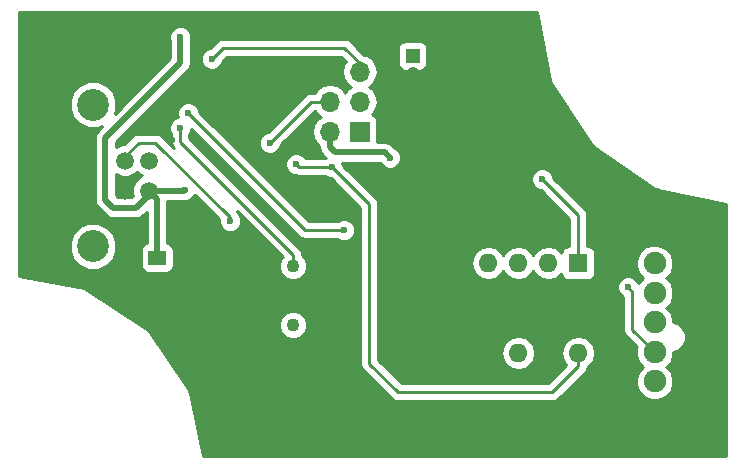
<source format=gbr>
G04 #@! TF.FileFunction,Copper,L2,Bot,Signal*
%FSLAX46Y46*%
G04 Gerber Fmt 4.6, Leading zero omitted, Abs format (unit mm)*
G04 Created by KiCad (PCBNEW 4.0.4-stable) date 01/28/17 21:45:27*
%MOMM*%
%LPD*%
G01*
G04 APERTURE LIST*
%ADD10C,0.100000*%
%ADD11R,1.900000X1.900000*%
%ADD12C,1.900000*%
%ADD13R,1.600000X1.600000*%
%ADD14O,1.600000X1.600000*%
%ADD15R,1.500000X1.250000*%
%ADD16R,1.200000X1.200000*%
%ADD17C,1.200000*%
%ADD18C,1.100000*%
%ADD19C,1.520000*%
%ADD20C,2.700000*%
%ADD21R,1.700000X1.700000*%
%ADD22O,1.700000X1.700000*%
%ADD23C,0.600000*%
%ADD24C,0.500000*%
%ADD25C,0.250000*%
%ADD26C,0.254000*%
G04 APERTURE END LIST*
D10*
D11*
X162427920Y-146248120D03*
D12*
X162427920Y-143748120D03*
X162427920Y-141248120D03*
X162427920Y-138748120D03*
X162427920Y-136248120D03*
X162427920Y-133748120D03*
D13*
X155956000Y-133731000D03*
D14*
X148336000Y-141351000D03*
X153416000Y-133731000D03*
X150876000Y-141351000D03*
X150876000Y-133731000D03*
X153416000Y-141351000D03*
X148336000Y-133731000D03*
X155956000Y-141351000D03*
D15*
X120294720Y-133268720D03*
X117794720Y-133268720D03*
D16*
X141930120Y-116174520D03*
D17*
X141930120Y-117674520D03*
D18*
X131826000Y-133985000D03*
X136826000Y-138985000D03*
X136826000Y-133985000D03*
X131826000Y-138985000D03*
D19*
X119578120Y-125039120D03*
X119578120Y-127579120D03*
X117578120Y-127579120D03*
X117578120Y-125039120D03*
D20*
X114878120Y-120309120D03*
X114878120Y-132309120D03*
D21*
X137459720Y-122600720D03*
D22*
X134919720Y-122600720D03*
X137459720Y-120060720D03*
X134919720Y-120060720D03*
X137459720Y-117520720D03*
X134919720Y-117520720D03*
D23*
X121533920Y-123286520D03*
X146558000Y-118343680D03*
X129032000Y-116967000D03*
X122936000Y-121031000D03*
X136144000Y-130937000D03*
X140025120Y-124785120D03*
X122270520Y-114574320D03*
X122651520Y-127528320D03*
X132080000Y-125349000D03*
X135128000Y-125603000D03*
X126492000Y-130175000D03*
X129839720Y-123540520D03*
X124937520Y-116428520D03*
X160167320Y-135757920D03*
X152908000Y-126619000D03*
X122270520Y-122270520D03*
D24*
X146558000Y-118343680D02*
X146563080Y-118338600D01*
D25*
X122936000Y-121031000D02*
X132842000Y-130937000D01*
X132842000Y-130937000D02*
X136144000Y-130937000D01*
D24*
X134919720Y-122600720D02*
X134919720Y-123921520D01*
X139593320Y-124353320D02*
X140025120Y-124785120D01*
X135351520Y-124353320D02*
X139593320Y-124353320D01*
X134919720Y-123921520D02*
X135351520Y-124353320D01*
X119578120Y-127579120D02*
X119578120Y-127960120D01*
X119578120Y-127960120D02*
X118485920Y-129052320D01*
X122270520Y-116758720D02*
X122270520Y-114574320D01*
X115895120Y-123134120D02*
X122270520Y-116758720D01*
X115895120Y-128341120D02*
X115895120Y-123134120D01*
X116606320Y-129052320D02*
X115895120Y-128341120D01*
X118485920Y-129052320D02*
X116606320Y-129052320D01*
X119578120Y-127579120D02*
X122600720Y-127579120D01*
X122600720Y-127579120D02*
X122651520Y-127528320D01*
X120294720Y-133268720D02*
X120294720Y-128295720D01*
X120294720Y-128295720D02*
X119578120Y-127579120D01*
D25*
X132080000Y-125349000D02*
X132334000Y-125603000D01*
X155956000Y-141351000D02*
X155956000Y-142458440D01*
X138272520Y-128747520D02*
X135128000Y-125603000D01*
X138272520Y-142234920D02*
X138272520Y-128747520D01*
X140710920Y-144673320D02*
X138272520Y-142234920D01*
X153741120Y-144673320D02*
X140710920Y-144673320D01*
X155956000Y-142458440D02*
X153741120Y-144673320D01*
X132334000Y-125603000D02*
X135128000Y-125603000D01*
X117578120Y-125039120D02*
X117578120Y-124676920D01*
X117578120Y-124676920D02*
X118739920Y-123515120D01*
X118739920Y-123515120D02*
X120162320Y-123515120D01*
X120162320Y-123515120D02*
X126492000Y-129844800D01*
X126492000Y-129844800D02*
X126492000Y-130175000D01*
X134919720Y-120060720D02*
X133319520Y-120060720D01*
X133319520Y-120060720D02*
X129839720Y-123540520D01*
X137459720Y-117520720D02*
X137459720Y-116784120D01*
X137459720Y-116784120D02*
X136164320Y-115488720D01*
X136164320Y-115488720D02*
X125877320Y-115488720D01*
X125877320Y-115488720D02*
X124937520Y-116428520D01*
X148336000Y-133731000D02*
X148336000Y-133756400D01*
X160548320Y-139368520D02*
X162427920Y-141248120D01*
X160548320Y-136138920D02*
X160548320Y-139368520D01*
X160167320Y-135757920D02*
X160548320Y-136138920D01*
X155956000Y-129667000D02*
X155956000Y-133731000D01*
X152908000Y-126619000D02*
X155956000Y-129667000D01*
X131826000Y-133985000D02*
X131826000Y-133045200D01*
X122270520Y-123489720D02*
X122270520Y-122270520D01*
X131826000Y-133045200D02*
X122270520Y-123489720D01*
D26*
G36*
X153544185Y-118207030D02*
X153591683Y-118323777D01*
X153644907Y-118454600D01*
X157102767Y-123701008D01*
X157231484Y-123831359D01*
X157290562Y-123891187D01*
X162492921Y-127414970D01*
X162586116Y-127454263D01*
X162739200Y-127518807D01*
X168448520Y-128691954D01*
X168448520Y-150084320D01*
X124151603Y-150084320D01*
X123067731Y-144727484D01*
X123016184Y-144604189D01*
X122964638Y-144480893D01*
X119600492Y-139481771D01*
X119410880Y-139293403D01*
X119299752Y-139219677D01*
X130640794Y-139219677D01*
X130820820Y-139655372D01*
X131153875Y-139989009D01*
X131589255Y-140169794D01*
X132060677Y-140170206D01*
X132496372Y-139990180D01*
X132830009Y-139657125D01*
X133010794Y-139221745D01*
X133011206Y-138750323D01*
X132831180Y-138314628D01*
X132498125Y-137980991D01*
X132062745Y-137800206D01*
X131591323Y-137799794D01*
X131155628Y-137979820D01*
X130821991Y-138312875D01*
X130641206Y-138748255D01*
X130640794Y-139219677D01*
X119299752Y-139219677D01*
X114389734Y-135962218D01*
X114142471Y-135860749D01*
X108629920Y-134783073D01*
X108629920Y-132702229D01*
X112892777Y-132702229D01*
X113194338Y-133432063D01*
X113752240Y-133990939D01*
X114481547Y-134293774D01*
X115271229Y-134294463D01*
X116001063Y-133992902D01*
X116559939Y-133435000D01*
X116862774Y-132705693D01*
X116863463Y-131916011D01*
X116561902Y-131186177D01*
X116004000Y-130627301D01*
X115274693Y-130324466D01*
X114485011Y-130323777D01*
X113755177Y-130625338D01*
X113196301Y-131183240D01*
X112893466Y-131912547D01*
X112892777Y-132702229D01*
X108629920Y-132702229D01*
X108629920Y-120702229D01*
X112892777Y-120702229D01*
X113194338Y-121432063D01*
X113752240Y-121990939D01*
X114481547Y-122293774D01*
X115271229Y-122294463D01*
X115632451Y-122145209D01*
X115269330Y-122508330D01*
X115077487Y-122795445D01*
X115074001Y-122812972D01*
X115010119Y-123134120D01*
X115010120Y-123134125D01*
X115010120Y-128341115D01*
X115010119Y-128341120D01*
X115041061Y-128496671D01*
X115077487Y-128679795D01*
X115156148Y-128797520D01*
X115269330Y-128966910D01*
X115980528Y-129678107D01*
X115980530Y-129678110D01*
X116267645Y-129869953D01*
X116323836Y-129881130D01*
X116606320Y-129937321D01*
X116606325Y-129937320D01*
X118485915Y-129937320D01*
X118485920Y-129937321D01*
X118768404Y-129881130D01*
X118824595Y-129869953D01*
X119111710Y-129678110D01*
X119409720Y-129380100D01*
X119409720Y-132021682D01*
X119309403Y-132040558D01*
X119093279Y-132179630D01*
X118948289Y-132391830D01*
X118897280Y-132643720D01*
X118897280Y-133893720D01*
X118941558Y-134129037D01*
X119080630Y-134345161D01*
X119292830Y-134490151D01*
X119544720Y-134541160D01*
X121044720Y-134541160D01*
X121280037Y-134496882D01*
X121496161Y-134357810D01*
X121641151Y-134145610D01*
X121692160Y-133893720D01*
X121692160Y-132643720D01*
X121647882Y-132408403D01*
X121508810Y-132192279D01*
X121296610Y-132047289D01*
X121179720Y-132023618D01*
X121179720Y-128464120D01*
X122600715Y-128464120D01*
X122600720Y-128464121D01*
X122604947Y-128463280D01*
X122836687Y-128463482D01*
X123180463Y-128321437D01*
X123443712Y-128058647D01*
X123498676Y-127926278D01*
X125558170Y-129985772D01*
X125557162Y-129988201D01*
X125556838Y-130360167D01*
X125698883Y-130703943D01*
X125961673Y-130967192D01*
X126305201Y-131109838D01*
X126677167Y-131110162D01*
X127020943Y-130968117D01*
X127284192Y-130705327D01*
X127426838Y-130361799D01*
X127427162Y-129989833D01*
X127285117Y-129646057D01*
X127194388Y-129555170D01*
X127194148Y-129553961D01*
X127194148Y-129553960D01*
X127061628Y-129355630D01*
X130920518Y-133214520D01*
X130821991Y-133312875D01*
X130641206Y-133748255D01*
X130640794Y-134219677D01*
X130820820Y-134655372D01*
X131153875Y-134989009D01*
X131589255Y-135169794D01*
X132060677Y-135170206D01*
X132496372Y-134990180D01*
X132830009Y-134657125D01*
X133010794Y-134221745D01*
X133011206Y-133750323D01*
X132831180Y-133314628D01*
X132586000Y-133069020D01*
X132586000Y-133045200D01*
X132528148Y-132754361D01*
X132528148Y-132754360D01*
X132363401Y-132507799D01*
X123030520Y-123174918D01*
X123030520Y-122832983D01*
X123062712Y-122800847D01*
X123205358Y-122457319D01*
X123205430Y-122375232D01*
X132304599Y-131474401D01*
X132551161Y-131639148D01*
X132842000Y-131697000D01*
X135581537Y-131697000D01*
X135613673Y-131729192D01*
X135957201Y-131871838D01*
X136329167Y-131872162D01*
X136672943Y-131730117D01*
X136936192Y-131467327D01*
X137078838Y-131123799D01*
X137079162Y-130751833D01*
X136937117Y-130408057D01*
X136674327Y-130144808D01*
X136330799Y-130002162D01*
X135958833Y-130001838D01*
X135615057Y-130143883D01*
X135581882Y-130177000D01*
X133156802Y-130177000D01*
X123871122Y-120891320D01*
X123871162Y-120845833D01*
X123729117Y-120502057D01*
X123466327Y-120238808D01*
X123122799Y-120096162D01*
X122750833Y-120095838D01*
X122407057Y-120237883D01*
X122143808Y-120500673D01*
X122001162Y-120844201D01*
X122000838Y-121216167D01*
X122055229Y-121347805D01*
X121741577Y-121477403D01*
X121478328Y-121740193D01*
X121335682Y-122083721D01*
X121335358Y-122455687D01*
X121477403Y-122799463D01*
X121510520Y-122832638D01*
X121510520Y-123489720D01*
X121568372Y-123780559D01*
X121700893Y-123978891D01*
X120699721Y-122977719D01*
X120453159Y-122812972D01*
X120162320Y-122755120D01*
X118739920Y-122755120D01*
X118449080Y-122812972D01*
X118202519Y-122977719D01*
X117536156Y-123644082D01*
X117301855Y-123643878D01*
X116788948Y-123855807D01*
X116780120Y-123864620D01*
X116780120Y-123500700D01*
X122896307Y-117384512D01*
X122896310Y-117384510D01*
X123088153Y-117097395D01*
X123102273Y-117026410D01*
X123155521Y-116758720D01*
X123155520Y-116758715D01*
X123155520Y-116613687D01*
X124002358Y-116613687D01*
X124144403Y-116957463D01*
X124407193Y-117220712D01*
X124750721Y-117363358D01*
X125122687Y-117363682D01*
X125466463Y-117221637D01*
X125729712Y-116958847D01*
X125872358Y-116615319D01*
X125872399Y-116568443D01*
X126192122Y-116248720D01*
X135849518Y-116248720D01*
X136256761Y-116655963D01*
X136058666Y-116952435D01*
X135945627Y-117520720D01*
X136058666Y-118089005D01*
X136380573Y-118570774D01*
X136709746Y-118790720D01*
X136380573Y-119010666D01*
X136189720Y-119296298D01*
X135998867Y-119010666D01*
X135517098Y-118688759D01*
X134948813Y-118575720D01*
X134890627Y-118575720D01*
X134322342Y-118688759D01*
X133840573Y-119010666D01*
X133646766Y-119300720D01*
X133319520Y-119300720D01*
X133028680Y-119358572D01*
X132782119Y-119523319D01*
X129700040Y-122605398D01*
X129654553Y-122605358D01*
X129310777Y-122747403D01*
X129047528Y-123010193D01*
X128904882Y-123353721D01*
X128904558Y-123725687D01*
X129046603Y-124069463D01*
X129309393Y-124332712D01*
X129652921Y-124475358D01*
X130024887Y-124475682D01*
X130368663Y-124333637D01*
X130631912Y-124070847D01*
X130774558Y-123727319D01*
X130774599Y-123680443D01*
X133634322Y-120820720D01*
X133646766Y-120820720D01*
X133840573Y-121110774D01*
X134169746Y-121330720D01*
X133840573Y-121550666D01*
X133518666Y-122032435D01*
X133405627Y-122600720D01*
X133518666Y-123169005D01*
X133840573Y-123650774D01*
X134034720Y-123780499D01*
X134034720Y-123921515D01*
X134034719Y-123921520D01*
X134088496Y-124191868D01*
X134102087Y-124260195D01*
X134246070Y-124475682D01*
X134293930Y-124547310D01*
X134577762Y-124831141D01*
X134565882Y-124843000D01*
X132882597Y-124843000D01*
X132873117Y-124820057D01*
X132610327Y-124556808D01*
X132266799Y-124414162D01*
X131894833Y-124413838D01*
X131551057Y-124555883D01*
X131287808Y-124818673D01*
X131145162Y-125162201D01*
X131144838Y-125534167D01*
X131286883Y-125877943D01*
X131549673Y-126141192D01*
X131893201Y-126283838D01*
X132011421Y-126283941D01*
X132043160Y-126305148D01*
X132334000Y-126363000D01*
X134565537Y-126363000D01*
X134597673Y-126395192D01*
X134941201Y-126537838D01*
X134988077Y-126537879D01*
X137512520Y-129062322D01*
X137512520Y-142234920D01*
X137570372Y-142525759D01*
X137735119Y-142772321D01*
X140173519Y-145210721D01*
X140420080Y-145375468D01*
X140710920Y-145433320D01*
X153741120Y-145433320D01*
X154031959Y-145375468D01*
X154278521Y-145210721D01*
X156493401Y-142995841D01*
X156658148Y-142749280D01*
X156691785Y-142580175D01*
X156970698Y-142393811D01*
X157281767Y-141928264D01*
X157391000Y-141379113D01*
X157391000Y-141322887D01*
X157281767Y-140773736D01*
X156970698Y-140308189D01*
X156505151Y-139997120D01*
X155956000Y-139887887D01*
X155406849Y-139997120D01*
X154941302Y-140308189D01*
X154630233Y-140773736D01*
X154521000Y-141322887D01*
X154521000Y-141379113D01*
X154630233Y-141928264D01*
X154941302Y-142393811D01*
X154944015Y-142395623D01*
X153426318Y-143913320D01*
X141025722Y-143913320D01*
X139032520Y-141920118D01*
X139032520Y-141322887D01*
X149441000Y-141322887D01*
X149441000Y-141379113D01*
X149550233Y-141928264D01*
X149861302Y-142393811D01*
X150326849Y-142704880D01*
X150876000Y-142814113D01*
X151425151Y-142704880D01*
X151890698Y-142393811D01*
X152201767Y-141928264D01*
X152311000Y-141379113D01*
X152311000Y-141322887D01*
X152201767Y-140773736D01*
X151890698Y-140308189D01*
X151425151Y-139997120D01*
X150876000Y-139887887D01*
X150326849Y-139997120D01*
X149861302Y-140308189D01*
X149550233Y-140773736D01*
X149441000Y-141322887D01*
X139032520Y-141322887D01*
X139032520Y-135943087D01*
X159232158Y-135943087D01*
X159374203Y-136286863D01*
X159636993Y-136550112D01*
X159788320Y-136612949D01*
X159788320Y-139368520D01*
X159846172Y-139659359D01*
X160010919Y-139905921D01*
X160899900Y-140794902D01*
X160843196Y-140931461D01*
X160842645Y-141562013D01*
X161083439Y-142144777D01*
X161436391Y-142498346D01*
X161085006Y-142849117D01*
X160843196Y-143431461D01*
X160842645Y-144062013D01*
X161083439Y-144644777D01*
X161528917Y-145091034D01*
X162111261Y-145332844D01*
X162741813Y-145333395D01*
X163324577Y-145092601D01*
X163770834Y-144647123D01*
X164012644Y-144064779D01*
X164013195Y-143434227D01*
X163772401Y-142851463D01*
X163419449Y-142497894D01*
X163770834Y-142147123D01*
X164012644Y-141564779D01*
X164012890Y-141283335D01*
X164022401Y-141283343D01*
X164494863Y-141088125D01*
X164856655Y-140726965D01*
X165052697Y-140254844D01*
X165053143Y-139743639D01*
X164857925Y-139271177D01*
X164496765Y-138909385D01*
X164024644Y-138713343D01*
X164012951Y-138713333D01*
X164013195Y-138434227D01*
X163772401Y-137851463D01*
X163419449Y-137497894D01*
X163770834Y-137147123D01*
X164012644Y-136564779D01*
X164013195Y-135934227D01*
X163772401Y-135351463D01*
X163419449Y-134997894D01*
X163770834Y-134647123D01*
X164012644Y-134064779D01*
X164013195Y-133434227D01*
X163772401Y-132851463D01*
X163326923Y-132405206D01*
X162744579Y-132163396D01*
X162114027Y-132162845D01*
X161531263Y-132403639D01*
X161085006Y-132849117D01*
X160843196Y-133431461D01*
X160842645Y-134062013D01*
X161083439Y-134644777D01*
X161436391Y-134998346D01*
X161085006Y-135349117D01*
X161047449Y-135439564D01*
X160960437Y-135228977D01*
X160697647Y-134965728D01*
X160354119Y-134823082D01*
X159982153Y-134822758D01*
X159638377Y-134964803D01*
X159375128Y-135227593D01*
X159232482Y-135571121D01*
X159232158Y-135943087D01*
X139032520Y-135943087D01*
X139032520Y-133702887D01*
X146901000Y-133702887D01*
X146901000Y-133759113D01*
X147010233Y-134308264D01*
X147321302Y-134773811D01*
X147786849Y-135084880D01*
X148336000Y-135194113D01*
X148885151Y-135084880D01*
X149350698Y-134773811D01*
X149606000Y-134391725D01*
X149861302Y-134773811D01*
X150326849Y-135084880D01*
X150876000Y-135194113D01*
X151425151Y-135084880D01*
X151890698Y-134773811D01*
X152146000Y-134391725D01*
X152401302Y-134773811D01*
X152866849Y-135084880D01*
X153416000Y-135194113D01*
X153965151Y-135084880D01*
X154430698Y-134773811D01*
X154527101Y-134629535D01*
X154552838Y-134766317D01*
X154691910Y-134982441D01*
X154904110Y-135127431D01*
X155156000Y-135178440D01*
X156756000Y-135178440D01*
X156991317Y-135134162D01*
X157207441Y-134995090D01*
X157352431Y-134782890D01*
X157403440Y-134531000D01*
X157403440Y-132931000D01*
X157359162Y-132695683D01*
X157220090Y-132479559D01*
X157007890Y-132334569D01*
X156756000Y-132283560D01*
X156716000Y-132283560D01*
X156716000Y-129667000D01*
X156658148Y-129376161D01*
X156493401Y-129129599D01*
X153843122Y-126479320D01*
X153843162Y-126433833D01*
X153701117Y-126090057D01*
X153438327Y-125826808D01*
X153094799Y-125684162D01*
X152722833Y-125683838D01*
X152379057Y-125825883D01*
X152115808Y-126088673D01*
X151973162Y-126432201D01*
X151972838Y-126804167D01*
X152114883Y-127147943D01*
X152377673Y-127411192D01*
X152721201Y-127553838D01*
X152768077Y-127553879D01*
X155196000Y-129981802D01*
X155196000Y-132283560D01*
X155156000Y-132283560D01*
X154920683Y-132327838D01*
X154704559Y-132466910D01*
X154559569Y-132679110D01*
X154528185Y-132834089D01*
X154430698Y-132688189D01*
X153965151Y-132377120D01*
X153416000Y-132267887D01*
X152866849Y-132377120D01*
X152401302Y-132688189D01*
X152146000Y-133070275D01*
X151890698Y-132688189D01*
X151425151Y-132377120D01*
X150876000Y-132267887D01*
X150326849Y-132377120D01*
X149861302Y-132688189D01*
X149606000Y-133070275D01*
X149350698Y-132688189D01*
X148885151Y-132377120D01*
X148336000Y-132267887D01*
X147786849Y-132377120D01*
X147321302Y-132688189D01*
X147010233Y-133153736D01*
X146901000Y-133702887D01*
X139032520Y-133702887D01*
X139032520Y-128747520D01*
X138974668Y-128456681D01*
X138809921Y-128210119D01*
X136063122Y-125463320D01*
X136063162Y-125417833D01*
X135988989Y-125238320D01*
X139200707Y-125238320D01*
X139232003Y-125314063D01*
X139494793Y-125577312D01*
X139838321Y-125719958D01*
X140210287Y-125720282D01*
X140554063Y-125578237D01*
X140817312Y-125315447D01*
X140959958Y-124971919D01*
X140960282Y-124599953D01*
X140818237Y-124256177D01*
X140555447Y-123992928D01*
X140434133Y-123942554D01*
X140219110Y-123727530D01*
X140157011Y-123686037D01*
X139931995Y-123535687D01*
X139875804Y-123524510D01*
X139593320Y-123468319D01*
X139593315Y-123468320D01*
X138953596Y-123468320D01*
X138957160Y-123450720D01*
X138957160Y-121750720D01*
X138912882Y-121515403D01*
X138773810Y-121299279D01*
X138561610Y-121154289D01*
X138494179Y-121140634D01*
X138538867Y-121110774D01*
X138860774Y-120629005D01*
X138973813Y-120060720D01*
X138860774Y-119492435D01*
X138538867Y-119010666D01*
X138209694Y-118790720D01*
X138538867Y-118570774D01*
X138860774Y-118089005D01*
X138973813Y-117520720D01*
X138860774Y-116952435D01*
X138538867Y-116470666D01*
X138057098Y-116148759D01*
X137859945Y-116109543D01*
X137324922Y-115574520D01*
X140682680Y-115574520D01*
X140682680Y-116774520D01*
X140726958Y-117009837D01*
X140866030Y-117225961D01*
X141078230Y-117370951D01*
X141330120Y-117421960D01*
X142530120Y-117421960D01*
X142765437Y-117377682D01*
X142981561Y-117238610D01*
X143126551Y-117026410D01*
X143177560Y-116774520D01*
X143177560Y-115574520D01*
X143133282Y-115339203D01*
X142994210Y-115123079D01*
X142782010Y-114978089D01*
X142530120Y-114927080D01*
X141330120Y-114927080D01*
X141094803Y-114971358D01*
X140878679Y-115110430D01*
X140733689Y-115322630D01*
X140682680Y-115574520D01*
X137324922Y-115574520D01*
X136701721Y-114951319D01*
X136455159Y-114786572D01*
X136164320Y-114728720D01*
X125877320Y-114728720D01*
X125586481Y-114786572D01*
X125339919Y-114951319D01*
X124797840Y-115493398D01*
X124752353Y-115493358D01*
X124408577Y-115635403D01*
X124145328Y-115898193D01*
X124002682Y-116241721D01*
X124002358Y-116613687D01*
X123155520Y-116613687D01*
X123155520Y-114881142D01*
X123205358Y-114761119D01*
X123205682Y-114389153D01*
X123063637Y-114045377D01*
X122800847Y-113782128D01*
X122457319Y-113639482D01*
X122085353Y-113639158D01*
X121741577Y-113781203D01*
X121478328Y-114043993D01*
X121335682Y-114387521D01*
X121335358Y-114759487D01*
X121385520Y-114880889D01*
X121385520Y-116392141D01*
X116714227Y-121063433D01*
X116862774Y-120705693D01*
X116863463Y-119916011D01*
X116561902Y-119186177D01*
X116004000Y-118627301D01*
X115274693Y-118324466D01*
X114485011Y-118323777D01*
X113755177Y-118625338D01*
X113196301Y-119183240D01*
X112893466Y-119912547D01*
X112892777Y-120702229D01*
X108629920Y-120702229D01*
X108629920Y-112465320D01*
X152439699Y-112465320D01*
X153544185Y-118207030D01*
X153544185Y-118207030D01*
G37*
X153544185Y-118207030D02*
X153591683Y-118323777D01*
X153644907Y-118454600D01*
X157102767Y-123701008D01*
X157231484Y-123831359D01*
X157290562Y-123891187D01*
X162492921Y-127414970D01*
X162586116Y-127454263D01*
X162739200Y-127518807D01*
X168448520Y-128691954D01*
X168448520Y-150084320D01*
X124151603Y-150084320D01*
X123067731Y-144727484D01*
X123016184Y-144604189D01*
X122964638Y-144480893D01*
X119600492Y-139481771D01*
X119410880Y-139293403D01*
X119299752Y-139219677D01*
X130640794Y-139219677D01*
X130820820Y-139655372D01*
X131153875Y-139989009D01*
X131589255Y-140169794D01*
X132060677Y-140170206D01*
X132496372Y-139990180D01*
X132830009Y-139657125D01*
X133010794Y-139221745D01*
X133011206Y-138750323D01*
X132831180Y-138314628D01*
X132498125Y-137980991D01*
X132062745Y-137800206D01*
X131591323Y-137799794D01*
X131155628Y-137979820D01*
X130821991Y-138312875D01*
X130641206Y-138748255D01*
X130640794Y-139219677D01*
X119299752Y-139219677D01*
X114389734Y-135962218D01*
X114142471Y-135860749D01*
X108629920Y-134783073D01*
X108629920Y-132702229D01*
X112892777Y-132702229D01*
X113194338Y-133432063D01*
X113752240Y-133990939D01*
X114481547Y-134293774D01*
X115271229Y-134294463D01*
X116001063Y-133992902D01*
X116559939Y-133435000D01*
X116862774Y-132705693D01*
X116863463Y-131916011D01*
X116561902Y-131186177D01*
X116004000Y-130627301D01*
X115274693Y-130324466D01*
X114485011Y-130323777D01*
X113755177Y-130625338D01*
X113196301Y-131183240D01*
X112893466Y-131912547D01*
X112892777Y-132702229D01*
X108629920Y-132702229D01*
X108629920Y-120702229D01*
X112892777Y-120702229D01*
X113194338Y-121432063D01*
X113752240Y-121990939D01*
X114481547Y-122293774D01*
X115271229Y-122294463D01*
X115632451Y-122145209D01*
X115269330Y-122508330D01*
X115077487Y-122795445D01*
X115074001Y-122812972D01*
X115010119Y-123134120D01*
X115010120Y-123134125D01*
X115010120Y-128341115D01*
X115010119Y-128341120D01*
X115041061Y-128496671D01*
X115077487Y-128679795D01*
X115156148Y-128797520D01*
X115269330Y-128966910D01*
X115980528Y-129678107D01*
X115980530Y-129678110D01*
X116267645Y-129869953D01*
X116323836Y-129881130D01*
X116606320Y-129937321D01*
X116606325Y-129937320D01*
X118485915Y-129937320D01*
X118485920Y-129937321D01*
X118768404Y-129881130D01*
X118824595Y-129869953D01*
X119111710Y-129678110D01*
X119409720Y-129380100D01*
X119409720Y-132021682D01*
X119309403Y-132040558D01*
X119093279Y-132179630D01*
X118948289Y-132391830D01*
X118897280Y-132643720D01*
X118897280Y-133893720D01*
X118941558Y-134129037D01*
X119080630Y-134345161D01*
X119292830Y-134490151D01*
X119544720Y-134541160D01*
X121044720Y-134541160D01*
X121280037Y-134496882D01*
X121496161Y-134357810D01*
X121641151Y-134145610D01*
X121692160Y-133893720D01*
X121692160Y-132643720D01*
X121647882Y-132408403D01*
X121508810Y-132192279D01*
X121296610Y-132047289D01*
X121179720Y-132023618D01*
X121179720Y-128464120D01*
X122600715Y-128464120D01*
X122600720Y-128464121D01*
X122604947Y-128463280D01*
X122836687Y-128463482D01*
X123180463Y-128321437D01*
X123443712Y-128058647D01*
X123498676Y-127926278D01*
X125558170Y-129985772D01*
X125557162Y-129988201D01*
X125556838Y-130360167D01*
X125698883Y-130703943D01*
X125961673Y-130967192D01*
X126305201Y-131109838D01*
X126677167Y-131110162D01*
X127020943Y-130968117D01*
X127284192Y-130705327D01*
X127426838Y-130361799D01*
X127427162Y-129989833D01*
X127285117Y-129646057D01*
X127194388Y-129555170D01*
X127194148Y-129553961D01*
X127194148Y-129553960D01*
X127061628Y-129355630D01*
X130920518Y-133214520D01*
X130821991Y-133312875D01*
X130641206Y-133748255D01*
X130640794Y-134219677D01*
X130820820Y-134655372D01*
X131153875Y-134989009D01*
X131589255Y-135169794D01*
X132060677Y-135170206D01*
X132496372Y-134990180D01*
X132830009Y-134657125D01*
X133010794Y-134221745D01*
X133011206Y-133750323D01*
X132831180Y-133314628D01*
X132586000Y-133069020D01*
X132586000Y-133045200D01*
X132528148Y-132754361D01*
X132528148Y-132754360D01*
X132363401Y-132507799D01*
X123030520Y-123174918D01*
X123030520Y-122832983D01*
X123062712Y-122800847D01*
X123205358Y-122457319D01*
X123205430Y-122375232D01*
X132304599Y-131474401D01*
X132551161Y-131639148D01*
X132842000Y-131697000D01*
X135581537Y-131697000D01*
X135613673Y-131729192D01*
X135957201Y-131871838D01*
X136329167Y-131872162D01*
X136672943Y-131730117D01*
X136936192Y-131467327D01*
X137078838Y-131123799D01*
X137079162Y-130751833D01*
X136937117Y-130408057D01*
X136674327Y-130144808D01*
X136330799Y-130002162D01*
X135958833Y-130001838D01*
X135615057Y-130143883D01*
X135581882Y-130177000D01*
X133156802Y-130177000D01*
X123871122Y-120891320D01*
X123871162Y-120845833D01*
X123729117Y-120502057D01*
X123466327Y-120238808D01*
X123122799Y-120096162D01*
X122750833Y-120095838D01*
X122407057Y-120237883D01*
X122143808Y-120500673D01*
X122001162Y-120844201D01*
X122000838Y-121216167D01*
X122055229Y-121347805D01*
X121741577Y-121477403D01*
X121478328Y-121740193D01*
X121335682Y-122083721D01*
X121335358Y-122455687D01*
X121477403Y-122799463D01*
X121510520Y-122832638D01*
X121510520Y-123489720D01*
X121568372Y-123780559D01*
X121700893Y-123978891D01*
X120699721Y-122977719D01*
X120453159Y-122812972D01*
X120162320Y-122755120D01*
X118739920Y-122755120D01*
X118449080Y-122812972D01*
X118202519Y-122977719D01*
X117536156Y-123644082D01*
X117301855Y-123643878D01*
X116788948Y-123855807D01*
X116780120Y-123864620D01*
X116780120Y-123500700D01*
X122896307Y-117384512D01*
X122896310Y-117384510D01*
X123088153Y-117097395D01*
X123102273Y-117026410D01*
X123155521Y-116758720D01*
X123155520Y-116758715D01*
X123155520Y-116613687D01*
X124002358Y-116613687D01*
X124144403Y-116957463D01*
X124407193Y-117220712D01*
X124750721Y-117363358D01*
X125122687Y-117363682D01*
X125466463Y-117221637D01*
X125729712Y-116958847D01*
X125872358Y-116615319D01*
X125872399Y-116568443D01*
X126192122Y-116248720D01*
X135849518Y-116248720D01*
X136256761Y-116655963D01*
X136058666Y-116952435D01*
X135945627Y-117520720D01*
X136058666Y-118089005D01*
X136380573Y-118570774D01*
X136709746Y-118790720D01*
X136380573Y-119010666D01*
X136189720Y-119296298D01*
X135998867Y-119010666D01*
X135517098Y-118688759D01*
X134948813Y-118575720D01*
X134890627Y-118575720D01*
X134322342Y-118688759D01*
X133840573Y-119010666D01*
X133646766Y-119300720D01*
X133319520Y-119300720D01*
X133028680Y-119358572D01*
X132782119Y-119523319D01*
X129700040Y-122605398D01*
X129654553Y-122605358D01*
X129310777Y-122747403D01*
X129047528Y-123010193D01*
X128904882Y-123353721D01*
X128904558Y-123725687D01*
X129046603Y-124069463D01*
X129309393Y-124332712D01*
X129652921Y-124475358D01*
X130024887Y-124475682D01*
X130368663Y-124333637D01*
X130631912Y-124070847D01*
X130774558Y-123727319D01*
X130774599Y-123680443D01*
X133634322Y-120820720D01*
X133646766Y-120820720D01*
X133840573Y-121110774D01*
X134169746Y-121330720D01*
X133840573Y-121550666D01*
X133518666Y-122032435D01*
X133405627Y-122600720D01*
X133518666Y-123169005D01*
X133840573Y-123650774D01*
X134034720Y-123780499D01*
X134034720Y-123921515D01*
X134034719Y-123921520D01*
X134088496Y-124191868D01*
X134102087Y-124260195D01*
X134246070Y-124475682D01*
X134293930Y-124547310D01*
X134577762Y-124831141D01*
X134565882Y-124843000D01*
X132882597Y-124843000D01*
X132873117Y-124820057D01*
X132610327Y-124556808D01*
X132266799Y-124414162D01*
X131894833Y-124413838D01*
X131551057Y-124555883D01*
X131287808Y-124818673D01*
X131145162Y-125162201D01*
X131144838Y-125534167D01*
X131286883Y-125877943D01*
X131549673Y-126141192D01*
X131893201Y-126283838D01*
X132011421Y-126283941D01*
X132043160Y-126305148D01*
X132334000Y-126363000D01*
X134565537Y-126363000D01*
X134597673Y-126395192D01*
X134941201Y-126537838D01*
X134988077Y-126537879D01*
X137512520Y-129062322D01*
X137512520Y-142234920D01*
X137570372Y-142525759D01*
X137735119Y-142772321D01*
X140173519Y-145210721D01*
X140420080Y-145375468D01*
X140710920Y-145433320D01*
X153741120Y-145433320D01*
X154031959Y-145375468D01*
X154278521Y-145210721D01*
X156493401Y-142995841D01*
X156658148Y-142749280D01*
X156691785Y-142580175D01*
X156970698Y-142393811D01*
X157281767Y-141928264D01*
X157391000Y-141379113D01*
X157391000Y-141322887D01*
X157281767Y-140773736D01*
X156970698Y-140308189D01*
X156505151Y-139997120D01*
X155956000Y-139887887D01*
X155406849Y-139997120D01*
X154941302Y-140308189D01*
X154630233Y-140773736D01*
X154521000Y-141322887D01*
X154521000Y-141379113D01*
X154630233Y-141928264D01*
X154941302Y-142393811D01*
X154944015Y-142395623D01*
X153426318Y-143913320D01*
X141025722Y-143913320D01*
X139032520Y-141920118D01*
X139032520Y-141322887D01*
X149441000Y-141322887D01*
X149441000Y-141379113D01*
X149550233Y-141928264D01*
X149861302Y-142393811D01*
X150326849Y-142704880D01*
X150876000Y-142814113D01*
X151425151Y-142704880D01*
X151890698Y-142393811D01*
X152201767Y-141928264D01*
X152311000Y-141379113D01*
X152311000Y-141322887D01*
X152201767Y-140773736D01*
X151890698Y-140308189D01*
X151425151Y-139997120D01*
X150876000Y-139887887D01*
X150326849Y-139997120D01*
X149861302Y-140308189D01*
X149550233Y-140773736D01*
X149441000Y-141322887D01*
X139032520Y-141322887D01*
X139032520Y-135943087D01*
X159232158Y-135943087D01*
X159374203Y-136286863D01*
X159636993Y-136550112D01*
X159788320Y-136612949D01*
X159788320Y-139368520D01*
X159846172Y-139659359D01*
X160010919Y-139905921D01*
X160899900Y-140794902D01*
X160843196Y-140931461D01*
X160842645Y-141562013D01*
X161083439Y-142144777D01*
X161436391Y-142498346D01*
X161085006Y-142849117D01*
X160843196Y-143431461D01*
X160842645Y-144062013D01*
X161083439Y-144644777D01*
X161528917Y-145091034D01*
X162111261Y-145332844D01*
X162741813Y-145333395D01*
X163324577Y-145092601D01*
X163770834Y-144647123D01*
X164012644Y-144064779D01*
X164013195Y-143434227D01*
X163772401Y-142851463D01*
X163419449Y-142497894D01*
X163770834Y-142147123D01*
X164012644Y-141564779D01*
X164012890Y-141283335D01*
X164022401Y-141283343D01*
X164494863Y-141088125D01*
X164856655Y-140726965D01*
X165052697Y-140254844D01*
X165053143Y-139743639D01*
X164857925Y-139271177D01*
X164496765Y-138909385D01*
X164024644Y-138713343D01*
X164012951Y-138713333D01*
X164013195Y-138434227D01*
X163772401Y-137851463D01*
X163419449Y-137497894D01*
X163770834Y-137147123D01*
X164012644Y-136564779D01*
X164013195Y-135934227D01*
X163772401Y-135351463D01*
X163419449Y-134997894D01*
X163770834Y-134647123D01*
X164012644Y-134064779D01*
X164013195Y-133434227D01*
X163772401Y-132851463D01*
X163326923Y-132405206D01*
X162744579Y-132163396D01*
X162114027Y-132162845D01*
X161531263Y-132403639D01*
X161085006Y-132849117D01*
X160843196Y-133431461D01*
X160842645Y-134062013D01*
X161083439Y-134644777D01*
X161436391Y-134998346D01*
X161085006Y-135349117D01*
X161047449Y-135439564D01*
X160960437Y-135228977D01*
X160697647Y-134965728D01*
X160354119Y-134823082D01*
X159982153Y-134822758D01*
X159638377Y-134964803D01*
X159375128Y-135227593D01*
X159232482Y-135571121D01*
X159232158Y-135943087D01*
X139032520Y-135943087D01*
X139032520Y-133702887D01*
X146901000Y-133702887D01*
X146901000Y-133759113D01*
X147010233Y-134308264D01*
X147321302Y-134773811D01*
X147786849Y-135084880D01*
X148336000Y-135194113D01*
X148885151Y-135084880D01*
X149350698Y-134773811D01*
X149606000Y-134391725D01*
X149861302Y-134773811D01*
X150326849Y-135084880D01*
X150876000Y-135194113D01*
X151425151Y-135084880D01*
X151890698Y-134773811D01*
X152146000Y-134391725D01*
X152401302Y-134773811D01*
X152866849Y-135084880D01*
X153416000Y-135194113D01*
X153965151Y-135084880D01*
X154430698Y-134773811D01*
X154527101Y-134629535D01*
X154552838Y-134766317D01*
X154691910Y-134982441D01*
X154904110Y-135127431D01*
X155156000Y-135178440D01*
X156756000Y-135178440D01*
X156991317Y-135134162D01*
X157207441Y-134995090D01*
X157352431Y-134782890D01*
X157403440Y-134531000D01*
X157403440Y-132931000D01*
X157359162Y-132695683D01*
X157220090Y-132479559D01*
X157007890Y-132334569D01*
X156756000Y-132283560D01*
X156716000Y-132283560D01*
X156716000Y-129667000D01*
X156658148Y-129376161D01*
X156493401Y-129129599D01*
X153843122Y-126479320D01*
X153843162Y-126433833D01*
X153701117Y-126090057D01*
X153438327Y-125826808D01*
X153094799Y-125684162D01*
X152722833Y-125683838D01*
X152379057Y-125825883D01*
X152115808Y-126088673D01*
X151973162Y-126432201D01*
X151972838Y-126804167D01*
X152114883Y-127147943D01*
X152377673Y-127411192D01*
X152721201Y-127553838D01*
X152768077Y-127553879D01*
X155196000Y-129981802D01*
X155196000Y-132283560D01*
X155156000Y-132283560D01*
X154920683Y-132327838D01*
X154704559Y-132466910D01*
X154559569Y-132679110D01*
X154528185Y-132834089D01*
X154430698Y-132688189D01*
X153965151Y-132377120D01*
X153416000Y-132267887D01*
X152866849Y-132377120D01*
X152401302Y-132688189D01*
X152146000Y-133070275D01*
X151890698Y-132688189D01*
X151425151Y-132377120D01*
X150876000Y-132267887D01*
X150326849Y-132377120D01*
X149861302Y-132688189D01*
X149606000Y-133070275D01*
X149350698Y-132688189D01*
X148885151Y-132377120D01*
X148336000Y-132267887D01*
X147786849Y-132377120D01*
X147321302Y-132688189D01*
X147010233Y-133153736D01*
X146901000Y-133702887D01*
X139032520Y-133702887D01*
X139032520Y-128747520D01*
X138974668Y-128456681D01*
X138809921Y-128210119D01*
X136063122Y-125463320D01*
X136063162Y-125417833D01*
X135988989Y-125238320D01*
X139200707Y-125238320D01*
X139232003Y-125314063D01*
X139494793Y-125577312D01*
X139838321Y-125719958D01*
X140210287Y-125720282D01*
X140554063Y-125578237D01*
X140817312Y-125315447D01*
X140959958Y-124971919D01*
X140960282Y-124599953D01*
X140818237Y-124256177D01*
X140555447Y-123992928D01*
X140434133Y-123942554D01*
X140219110Y-123727530D01*
X140157011Y-123686037D01*
X139931995Y-123535687D01*
X139875804Y-123524510D01*
X139593320Y-123468319D01*
X139593315Y-123468320D01*
X138953596Y-123468320D01*
X138957160Y-123450720D01*
X138957160Y-121750720D01*
X138912882Y-121515403D01*
X138773810Y-121299279D01*
X138561610Y-121154289D01*
X138494179Y-121140634D01*
X138538867Y-121110774D01*
X138860774Y-120629005D01*
X138973813Y-120060720D01*
X138860774Y-119492435D01*
X138538867Y-119010666D01*
X138209694Y-118790720D01*
X138538867Y-118570774D01*
X138860774Y-118089005D01*
X138973813Y-117520720D01*
X138860774Y-116952435D01*
X138538867Y-116470666D01*
X138057098Y-116148759D01*
X137859945Y-116109543D01*
X137324922Y-115574520D01*
X140682680Y-115574520D01*
X140682680Y-116774520D01*
X140726958Y-117009837D01*
X140866030Y-117225961D01*
X141078230Y-117370951D01*
X141330120Y-117421960D01*
X142530120Y-117421960D01*
X142765437Y-117377682D01*
X142981561Y-117238610D01*
X143126551Y-117026410D01*
X143177560Y-116774520D01*
X143177560Y-115574520D01*
X143133282Y-115339203D01*
X142994210Y-115123079D01*
X142782010Y-114978089D01*
X142530120Y-114927080D01*
X141330120Y-114927080D01*
X141094803Y-114971358D01*
X140878679Y-115110430D01*
X140733689Y-115322630D01*
X140682680Y-115574520D01*
X137324922Y-115574520D01*
X136701721Y-114951319D01*
X136455159Y-114786572D01*
X136164320Y-114728720D01*
X125877320Y-114728720D01*
X125586481Y-114786572D01*
X125339919Y-114951319D01*
X124797840Y-115493398D01*
X124752353Y-115493358D01*
X124408577Y-115635403D01*
X124145328Y-115898193D01*
X124002682Y-116241721D01*
X124002358Y-116613687D01*
X123155520Y-116613687D01*
X123155520Y-114881142D01*
X123205358Y-114761119D01*
X123205682Y-114389153D01*
X123063637Y-114045377D01*
X122800847Y-113782128D01*
X122457319Y-113639482D01*
X122085353Y-113639158D01*
X121741577Y-113781203D01*
X121478328Y-114043993D01*
X121335682Y-114387521D01*
X121335358Y-114759487D01*
X121385520Y-114880889D01*
X121385520Y-116392141D01*
X116714227Y-121063433D01*
X116862774Y-120705693D01*
X116863463Y-119916011D01*
X116561902Y-119186177D01*
X116004000Y-118627301D01*
X115274693Y-118324466D01*
X114485011Y-118323777D01*
X113755177Y-118625338D01*
X113196301Y-119183240D01*
X112893466Y-119912547D01*
X112892777Y-120702229D01*
X108629920Y-120702229D01*
X108629920Y-112465320D01*
X152439699Y-112465320D01*
X153544185Y-118207030D01*
G36*
X118786884Y-126221054D02*
X118998858Y-126309074D01*
X118788948Y-126395807D01*
X118396186Y-126787884D01*
X118183362Y-127300420D01*
X118182878Y-127855385D01*
X118255505Y-128031155D01*
X118119340Y-128167320D01*
X116972899Y-128167320D01*
X116780120Y-127974540D01*
X116780120Y-126214278D01*
X116786884Y-126221054D01*
X117299420Y-126433878D01*
X117854385Y-126434362D01*
X118367292Y-126222433D01*
X118578144Y-126011949D01*
X118786884Y-126221054D01*
X118786884Y-126221054D01*
G37*
X118786884Y-126221054D02*
X118998858Y-126309074D01*
X118788948Y-126395807D01*
X118396186Y-126787884D01*
X118183362Y-127300420D01*
X118182878Y-127855385D01*
X118255505Y-128031155D01*
X118119340Y-128167320D01*
X116972899Y-128167320D01*
X116780120Y-127974540D01*
X116780120Y-126214278D01*
X116786884Y-126221054D01*
X117299420Y-126433878D01*
X117854385Y-126434362D01*
X118367292Y-126222433D01*
X118578144Y-126011949D01*
X118786884Y-126221054D01*
M02*

</source>
